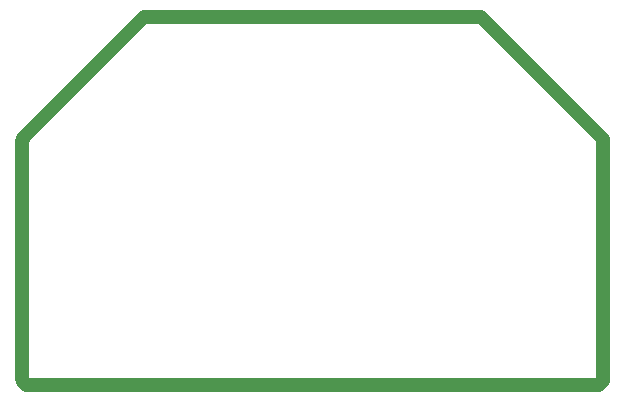
<source format=gm1>
G04*
G04 #@! TF.GenerationSoftware,Altium Limited,Altium Designer,22.2.1 (43)*
G04*
G04 Layer_Color=16711935*
%FSLAX24Y24*%
%MOIN*%
G70*
G04*
G04 #@! TF.SameCoordinates,757E67FC-675A-4625-AC2D-E40298A33DAC*
G04*
G04*
G04 #@! TF.FilePolarity,Positive*
G04*
G01*
G75*
%ADD39C,0.0472*%
D39*
X15128Y11978D02*
X15051Y12029D01*
X14961Y12047D01*
X19134Y7874D02*
X19116Y7964D01*
X19065Y8041D01*
X19134Y7874D02*
X19116Y7964D01*
X19065Y8041D01*
X15128Y11978D02*
X15051Y12029D01*
X14961Y12047D01*
X18898Y-236D02*
X18988Y-218D01*
X19065Y-167D01*
X19116Y-90D01*
X19134Y0D01*
X18898Y-236D02*
X18988Y-218D01*
X19065Y-167D01*
X19116Y-90D01*
X19134Y0D01*
X3937Y12047D02*
X3847Y12029D01*
X3770Y11978D01*
X3937Y12047D02*
X3847Y12029D01*
X3770Y11978D01*
X-167Y8041D02*
X-218Y7964D01*
X-236Y7874D01*
Y0D02*
X-218Y-90D01*
X-167Y-167D01*
X-90Y-218D01*
X0Y-236D01*
X-167Y8041D02*
X-218Y7964D01*
X-236Y7874D01*
Y0D02*
X-218Y-90D01*
X-167Y-167D01*
X-90Y-218D01*
X0Y-236D01*
X15128Y11978D02*
X19065Y8041D01*
X19134Y0D02*
Y7874D01*
X3937Y12047D02*
X14961D01*
X-167Y8041D02*
X3770Y11978D01*
X0Y-236D02*
X18898D01*
X-236Y0D02*
Y7874D01*
M02*

</source>
